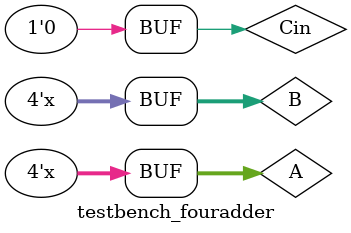
<source format=v>
`timescale 1ns / 1ps


module testbench_fouradder(
    );
    reg Cin; 
    reg[3:0] A, B; 
    wire Cout; 
    wire[3:0] S; 
    wire V; 
    
    four_adder fa(.Cin(Cin), .A(A), .B(B), .Cout(Cout), .S(S), .V(V));
    
    initial 
    begin
    Cin = 0;
    A = 0; 
    B = 0; 
    end 
    
    always begin 
    #10 {A, B} = {A, B} + 1'b1; 
    end     
endmodule

</source>
